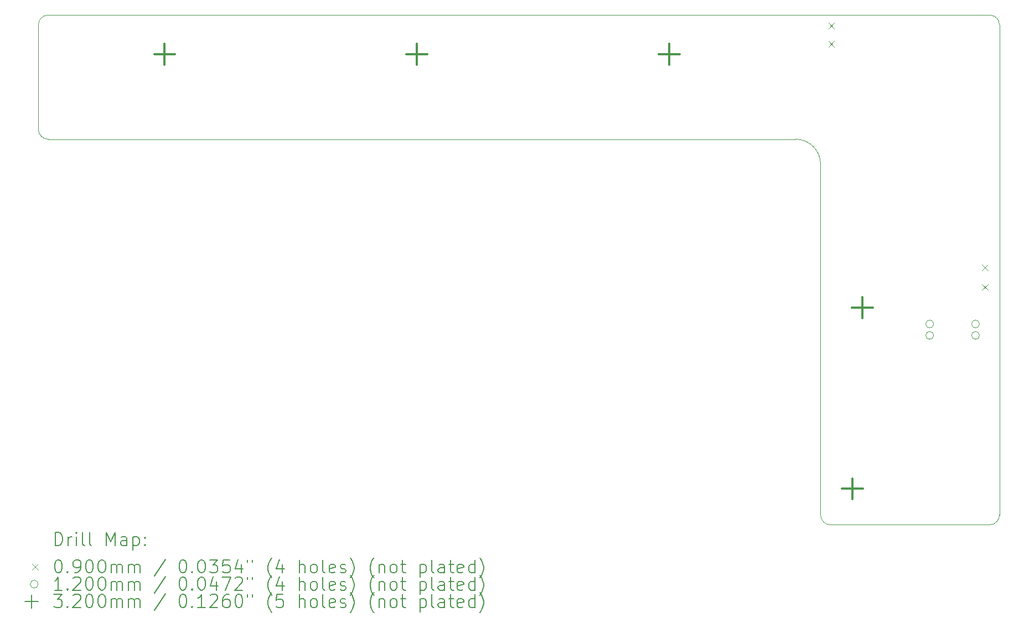
<source format=gbr>
%TF.GenerationSoftware,KiCad,Pcbnew,7.0.8*%
%TF.CreationDate,2023-12-09T01:27:02-08:00*%
%TF.ProjectId,Seismos_5CoreL,53656973-6d6f-4735-9f35-436f72654c2e,rev?*%
%TF.SameCoordinates,Original*%
%TF.FileFunction,Drillmap*%
%TF.FilePolarity,Positive*%
%FSLAX45Y45*%
G04 Gerber Fmt 4.5, Leading zero omitted, Abs format (unit mm)*
G04 Created by KiCad (PCBNEW 7.0.8) date 2023-12-09 01:27:02*
%MOMM*%
%LPD*%
G01*
G04 APERTURE LIST*
%ADD10C,0.100000*%
%ADD11C,0.200000*%
%ADD12C,0.090000*%
%ADD13C,0.120000*%
%ADD14C,0.320000*%
G04 APERTURE END LIST*
D10*
X15113400Y-9800000D02*
X17550000Y-9800000D01*
X17700000Y-2150000D02*
G75*
G03*
X17550000Y-2000000I-150000J0D01*
G01*
X14963400Y-4281000D02*
X14963400Y-9650000D01*
X14963400Y-9650000D02*
G75*
G03*
X15113400Y-9800000I150000J0D01*
G01*
X3150000Y-3900000D02*
X14582400Y-3900000D01*
X3000000Y-3750000D02*
G75*
G03*
X3150000Y-3900000I150000J0D01*
G01*
X3150000Y-2000000D02*
G75*
G03*
X3000000Y-2150000I0J-150000D01*
G01*
X17700000Y-2150000D02*
X17700000Y-9650000D01*
X17550000Y-9800000D02*
G75*
G03*
X17700000Y-9650000I0J150000D01*
G01*
X14963400Y-4281000D02*
G75*
G03*
X14582400Y-3900000I-381000J0D01*
G01*
X17550000Y-2000000D02*
X3150000Y-2000000D01*
X3000000Y-2150000D02*
X3000000Y-3750000D01*
D11*
D12*
X15083750Y-2119950D02*
X15173750Y-2209950D01*
X15173750Y-2119950D02*
X15083750Y-2209950D01*
X15083750Y-2399950D02*
X15173750Y-2489950D01*
X15173750Y-2399950D02*
X15083750Y-2489950D01*
X17435000Y-5818200D02*
X17525000Y-5908200D01*
X17525000Y-5818200D02*
X17435000Y-5908200D01*
X17435000Y-6118200D02*
X17525000Y-6208200D01*
X17525000Y-6118200D02*
X17435000Y-6208200D01*
D13*
X16693000Y-6727500D02*
G75*
G03*
X16693000Y-6727500I-60000J0D01*
G01*
X16693000Y-6902500D02*
G75*
G03*
X16693000Y-6902500I-60000J0D01*
G01*
X17393000Y-6727500D02*
G75*
G03*
X17393000Y-6727500I-60000J0D01*
G01*
X17393000Y-6902500D02*
G75*
G03*
X17393000Y-6902500I-60000J0D01*
G01*
D14*
X4930000Y-2440000D02*
X4930000Y-2760000D01*
X4770000Y-2600000D02*
X5090000Y-2600000D01*
X8790000Y-2440000D02*
X8790000Y-2760000D01*
X8630000Y-2600000D02*
X8950000Y-2600000D01*
X12650000Y-2440000D02*
X12650000Y-2760000D01*
X12490000Y-2600000D02*
X12810000Y-2600000D01*
X15450000Y-9090000D02*
X15450000Y-9410000D01*
X15290000Y-9250000D02*
X15610000Y-9250000D01*
X15600000Y-6315000D02*
X15600000Y-6635000D01*
X15440000Y-6475000D02*
X15760000Y-6475000D01*
D11*
X3255777Y-10116484D02*
X3255777Y-9916484D01*
X3255777Y-9916484D02*
X3303396Y-9916484D01*
X3303396Y-9916484D02*
X3331967Y-9926008D01*
X3331967Y-9926008D02*
X3351015Y-9945055D01*
X3351015Y-9945055D02*
X3360539Y-9964103D01*
X3360539Y-9964103D02*
X3370062Y-10002198D01*
X3370062Y-10002198D02*
X3370062Y-10030770D01*
X3370062Y-10030770D02*
X3360539Y-10068865D01*
X3360539Y-10068865D02*
X3351015Y-10087912D01*
X3351015Y-10087912D02*
X3331967Y-10106960D01*
X3331967Y-10106960D02*
X3303396Y-10116484D01*
X3303396Y-10116484D02*
X3255777Y-10116484D01*
X3455777Y-10116484D02*
X3455777Y-9983150D01*
X3455777Y-10021246D02*
X3465301Y-10002198D01*
X3465301Y-10002198D02*
X3474824Y-9992674D01*
X3474824Y-9992674D02*
X3493872Y-9983150D01*
X3493872Y-9983150D02*
X3512920Y-9983150D01*
X3579586Y-10116484D02*
X3579586Y-9983150D01*
X3579586Y-9916484D02*
X3570062Y-9926008D01*
X3570062Y-9926008D02*
X3579586Y-9935531D01*
X3579586Y-9935531D02*
X3589110Y-9926008D01*
X3589110Y-9926008D02*
X3579586Y-9916484D01*
X3579586Y-9916484D02*
X3579586Y-9935531D01*
X3703396Y-10116484D02*
X3684348Y-10106960D01*
X3684348Y-10106960D02*
X3674824Y-10087912D01*
X3674824Y-10087912D02*
X3674824Y-9916484D01*
X3808158Y-10116484D02*
X3789110Y-10106960D01*
X3789110Y-10106960D02*
X3779586Y-10087912D01*
X3779586Y-10087912D02*
X3779586Y-9916484D01*
X4036729Y-10116484D02*
X4036729Y-9916484D01*
X4036729Y-9916484D02*
X4103396Y-10059341D01*
X4103396Y-10059341D02*
X4170062Y-9916484D01*
X4170062Y-9916484D02*
X4170062Y-10116484D01*
X4351015Y-10116484D02*
X4351015Y-10011722D01*
X4351015Y-10011722D02*
X4341491Y-9992674D01*
X4341491Y-9992674D02*
X4322444Y-9983150D01*
X4322444Y-9983150D02*
X4284348Y-9983150D01*
X4284348Y-9983150D02*
X4265301Y-9992674D01*
X4351015Y-10106960D02*
X4331967Y-10116484D01*
X4331967Y-10116484D02*
X4284348Y-10116484D01*
X4284348Y-10116484D02*
X4265301Y-10106960D01*
X4265301Y-10106960D02*
X4255777Y-10087912D01*
X4255777Y-10087912D02*
X4255777Y-10068865D01*
X4255777Y-10068865D02*
X4265301Y-10049817D01*
X4265301Y-10049817D02*
X4284348Y-10040293D01*
X4284348Y-10040293D02*
X4331967Y-10040293D01*
X4331967Y-10040293D02*
X4351015Y-10030770D01*
X4446253Y-9983150D02*
X4446253Y-10183150D01*
X4446253Y-9992674D02*
X4465301Y-9983150D01*
X4465301Y-9983150D02*
X4503396Y-9983150D01*
X4503396Y-9983150D02*
X4522444Y-9992674D01*
X4522444Y-9992674D02*
X4531967Y-10002198D01*
X4531967Y-10002198D02*
X4541491Y-10021246D01*
X4541491Y-10021246D02*
X4541491Y-10078389D01*
X4541491Y-10078389D02*
X4531967Y-10097436D01*
X4531967Y-10097436D02*
X4522444Y-10106960D01*
X4522444Y-10106960D02*
X4503396Y-10116484D01*
X4503396Y-10116484D02*
X4465301Y-10116484D01*
X4465301Y-10116484D02*
X4446253Y-10106960D01*
X4627205Y-10097436D02*
X4636729Y-10106960D01*
X4636729Y-10106960D02*
X4627205Y-10116484D01*
X4627205Y-10116484D02*
X4617682Y-10106960D01*
X4617682Y-10106960D02*
X4627205Y-10097436D01*
X4627205Y-10097436D02*
X4627205Y-10116484D01*
X4627205Y-9992674D02*
X4636729Y-10002198D01*
X4636729Y-10002198D02*
X4627205Y-10011722D01*
X4627205Y-10011722D02*
X4617682Y-10002198D01*
X4617682Y-10002198D02*
X4627205Y-9992674D01*
X4627205Y-9992674D02*
X4627205Y-10011722D01*
D12*
X2905000Y-10400000D02*
X2995000Y-10490000D01*
X2995000Y-10400000D02*
X2905000Y-10490000D01*
D11*
X3293872Y-10336484D02*
X3312920Y-10336484D01*
X3312920Y-10336484D02*
X3331967Y-10346008D01*
X3331967Y-10346008D02*
X3341491Y-10355531D01*
X3341491Y-10355531D02*
X3351015Y-10374579D01*
X3351015Y-10374579D02*
X3360539Y-10412674D01*
X3360539Y-10412674D02*
X3360539Y-10460293D01*
X3360539Y-10460293D02*
X3351015Y-10498389D01*
X3351015Y-10498389D02*
X3341491Y-10517436D01*
X3341491Y-10517436D02*
X3331967Y-10526960D01*
X3331967Y-10526960D02*
X3312920Y-10536484D01*
X3312920Y-10536484D02*
X3293872Y-10536484D01*
X3293872Y-10536484D02*
X3274824Y-10526960D01*
X3274824Y-10526960D02*
X3265301Y-10517436D01*
X3265301Y-10517436D02*
X3255777Y-10498389D01*
X3255777Y-10498389D02*
X3246253Y-10460293D01*
X3246253Y-10460293D02*
X3246253Y-10412674D01*
X3246253Y-10412674D02*
X3255777Y-10374579D01*
X3255777Y-10374579D02*
X3265301Y-10355531D01*
X3265301Y-10355531D02*
X3274824Y-10346008D01*
X3274824Y-10346008D02*
X3293872Y-10336484D01*
X3446253Y-10517436D02*
X3455777Y-10526960D01*
X3455777Y-10526960D02*
X3446253Y-10536484D01*
X3446253Y-10536484D02*
X3436729Y-10526960D01*
X3436729Y-10526960D02*
X3446253Y-10517436D01*
X3446253Y-10517436D02*
X3446253Y-10536484D01*
X3551015Y-10536484D02*
X3589110Y-10536484D01*
X3589110Y-10536484D02*
X3608158Y-10526960D01*
X3608158Y-10526960D02*
X3617682Y-10517436D01*
X3617682Y-10517436D02*
X3636729Y-10488865D01*
X3636729Y-10488865D02*
X3646253Y-10450770D01*
X3646253Y-10450770D02*
X3646253Y-10374579D01*
X3646253Y-10374579D02*
X3636729Y-10355531D01*
X3636729Y-10355531D02*
X3627205Y-10346008D01*
X3627205Y-10346008D02*
X3608158Y-10336484D01*
X3608158Y-10336484D02*
X3570062Y-10336484D01*
X3570062Y-10336484D02*
X3551015Y-10346008D01*
X3551015Y-10346008D02*
X3541491Y-10355531D01*
X3541491Y-10355531D02*
X3531967Y-10374579D01*
X3531967Y-10374579D02*
X3531967Y-10422198D01*
X3531967Y-10422198D02*
X3541491Y-10441246D01*
X3541491Y-10441246D02*
X3551015Y-10450770D01*
X3551015Y-10450770D02*
X3570062Y-10460293D01*
X3570062Y-10460293D02*
X3608158Y-10460293D01*
X3608158Y-10460293D02*
X3627205Y-10450770D01*
X3627205Y-10450770D02*
X3636729Y-10441246D01*
X3636729Y-10441246D02*
X3646253Y-10422198D01*
X3770062Y-10336484D02*
X3789110Y-10336484D01*
X3789110Y-10336484D02*
X3808158Y-10346008D01*
X3808158Y-10346008D02*
X3817682Y-10355531D01*
X3817682Y-10355531D02*
X3827205Y-10374579D01*
X3827205Y-10374579D02*
X3836729Y-10412674D01*
X3836729Y-10412674D02*
X3836729Y-10460293D01*
X3836729Y-10460293D02*
X3827205Y-10498389D01*
X3827205Y-10498389D02*
X3817682Y-10517436D01*
X3817682Y-10517436D02*
X3808158Y-10526960D01*
X3808158Y-10526960D02*
X3789110Y-10536484D01*
X3789110Y-10536484D02*
X3770062Y-10536484D01*
X3770062Y-10536484D02*
X3751015Y-10526960D01*
X3751015Y-10526960D02*
X3741491Y-10517436D01*
X3741491Y-10517436D02*
X3731967Y-10498389D01*
X3731967Y-10498389D02*
X3722443Y-10460293D01*
X3722443Y-10460293D02*
X3722443Y-10412674D01*
X3722443Y-10412674D02*
X3731967Y-10374579D01*
X3731967Y-10374579D02*
X3741491Y-10355531D01*
X3741491Y-10355531D02*
X3751015Y-10346008D01*
X3751015Y-10346008D02*
X3770062Y-10336484D01*
X3960539Y-10336484D02*
X3979586Y-10336484D01*
X3979586Y-10336484D02*
X3998634Y-10346008D01*
X3998634Y-10346008D02*
X4008158Y-10355531D01*
X4008158Y-10355531D02*
X4017682Y-10374579D01*
X4017682Y-10374579D02*
X4027205Y-10412674D01*
X4027205Y-10412674D02*
X4027205Y-10460293D01*
X4027205Y-10460293D02*
X4017682Y-10498389D01*
X4017682Y-10498389D02*
X4008158Y-10517436D01*
X4008158Y-10517436D02*
X3998634Y-10526960D01*
X3998634Y-10526960D02*
X3979586Y-10536484D01*
X3979586Y-10536484D02*
X3960539Y-10536484D01*
X3960539Y-10536484D02*
X3941491Y-10526960D01*
X3941491Y-10526960D02*
X3931967Y-10517436D01*
X3931967Y-10517436D02*
X3922443Y-10498389D01*
X3922443Y-10498389D02*
X3912920Y-10460293D01*
X3912920Y-10460293D02*
X3912920Y-10412674D01*
X3912920Y-10412674D02*
X3922443Y-10374579D01*
X3922443Y-10374579D02*
X3931967Y-10355531D01*
X3931967Y-10355531D02*
X3941491Y-10346008D01*
X3941491Y-10346008D02*
X3960539Y-10336484D01*
X4112920Y-10536484D02*
X4112920Y-10403150D01*
X4112920Y-10422198D02*
X4122443Y-10412674D01*
X4122443Y-10412674D02*
X4141491Y-10403150D01*
X4141491Y-10403150D02*
X4170063Y-10403150D01*
X4170063Y-10403150D02*
X4189110Y-10412674D01*
X4189110Y-10412674D02*
X4198634Y-10431722D01*
X4198634Y-10431722D02*
X4198634Y-10536484D01*
X4198634Y-10431722D02*
X4208158Y-10412674D01*
X4208158Y-10412674D02*
X4227205Y-10403150D01*
X4227205Y-10403150D02*
X4255777Y-10403150D01*
X4255777Y-10403150D02*
X4274825Y-10412674D01*
X4274825Y-10412674D02*
X4284348Y-10431722D01*
X4284348Y-10431722D02*
X4284348Y-10536484D01*
X4379586Y-10536484D02*
X4379586Y-10403150D01*
X4379586Y-10422198D02*
X4389110Y-10412674D01*
X4389110Y-10412674D02*
X4408158Y-10403150D01*
X4408158Y-10403150D02*
X4436729Y-10403150D01*
X4436729Y-10403150D02*
X4455777Y-10412674D01*
X4455777Y-10412674D02*
X4465301Y-10431722D01*
X4465301Y-10431722D02*
X4465301Y-10536484D01*
X4465301Y-10431722D02*
X4474825Y-10412674D01*
X4474825Y-10412674D02*
X4493872Y-10403150D01*
X4493872Y-10403150D02*
X4522444Y-10403150D01*
X4522444Y-10403150D02*
X4541491Y-10412674D01*
X4541491Y-10412674D02*
X4551015Y-10431722D01*
X4551015Y-10431722D02*
X4551015Y-10536484D01*
X4941491Y-10326960D02*
X4770063Y-10584103D01*
X5198634Y-10336484D02*
X5217682Y-10336484D01*
X5217682Y-10336484D02*
X5236729Y-10346008D01*
X5236729Y-10346008D02*
X5246253Y-10355531D01*
X5246253Y-10355531D02*
X5255777Y-10374579D01*
X5255777Y-10374579D02*
X5265301Y-10412674D01*
X5265301Y-10412674D02*
X5265301Y-10460293D01*
X5265301Y-10460293D02*
X5255777Y-10498389D01*
X5255777Y-10498389D02*
X5246253Y-10517436D01*
X5246253Y-10517436D02*
X5236729Y-10526960D01*
X5236729Y-10526960D02*
X5217682Y-10536484D01*
X5217682Y-10536484D02*
X5198634Y-10536484D01*
X5198634Y-10536484D02*
X5179587Y-10526960D01*
X5179587Y-10526960D02*
X5170063Y-10517436D01*
X5170063Y-10517436D02*
X5160539Y-10498389D01*
X5160539Y-10498389D02*
X5151015Y-10460293D01*
X5151015Y-10460293D02*
X5151015Y-10412674D01*
X5151015Y-10412674D02*
X5160539Y-10374579D01*
X5160539Y-10374579D02*
X5170063Y-10355531D01*
X5170063Y-10355531D02*
X5179587Y-10346008D01*
X5179587Y-10346008D02*
X5198634Y-10336484D01*
X5351015Y-10517436D02*
X5360539Y-10526960D01*
X5360539Y-10526960D02*
X5351015Y-10536484D01*
X5351015Y-10536484D02*
X5341491Y-10526960D01*
X5341491Y-10526960D02*
X5351015Y-10517436D01*
X5351015Y-10517436D02*
X5351015Y-10536484D01*
X5484348Y-10336484D02*
X5503396Y-10336484D01*
X5503396Y-10336484D02*
X5522444Y-10346008D01*
X5522444Y-10346008D02*
X5531968Y-10355531D01*
X5531968Y-10355531D02*
X5541491Y-10374579D01*
X5541491Y-10374579D02*
X5551015Y-10412674D01*
X5551015Y-10412674D02*
X5551015Y-10460293D01*
X5551015Y-10460293D02*
X5541491Y-10498389D01*
X5541491Y-10498389D02*
X5531968Y-10517436D01*
X5531968Y-10517436D02*
X5522444Y-10526960D01*
X5522444Y-10526960D02*
X5503396Y-10536484D01*
X5503396Y-10536484D02*
X5484348Y-10536484D01*
X5484348Y-10536484D02*
X5465301Y-10526960D01*
X5465301Y-10526960D02*
X5455777Y-10517436D01*
X5455777Y-10517436D02*
X5446253Y-10498389D01*
X5446253Y-10498389D02*
X5436729Y-10460293D01*
X5436729Y-10460293D02*
X5436729Y-10412674D01*
X5436729Y-10412674D02*
X5446253Y-10374579D01*
X5446253Y-10374579D02*
X5455777Y-10355531D01*
X5455777Y-10355531D02*
X5465301Y-10346008D01*
X5465301Y-10346008D02*
X5484348Y-10336484D01*
X5617682Y-10336484D02*
X5741491Y-10336484D01*
X5741491Y-10336484D02*
X5674825Y-10412674D01*
X5674825Y-10412674D02*
X5703396Y-10412674D01*
X5703396Y-10412674D02*
X5722444Y-10422198D01*
X5722444Y-10422198D02*
X5731967Y-10431722D01*
X5731967Y-10431722D02*
X5741491Y-10450770D01*
X5741491Y-10450770D02*
X5741491Y-10498389D01*
X5741491Y-10498389D02*
X5731967Y-10517436D01*
X5731967Y-10517436D02*
X5722444Y-10526960D01*
X5722444Y-10526960D02*
X5703396Y-10536484D01*
X5703396Y-10536484D02*
X5646253Y-10536484D01*
X5646253Y-10536484D02*
X5627206Y-10526960D01*
X5627206Y-10526960D02*
X5617682Y-10517436D01*
X5922444Y-10336484D02*
X5827206Y-10336484D01*
X5827206Y-10336484D02*
X5817682Y-10431722D01*
X5817682Y-10431722D02*
X5827206Y-10422198D01*
X5827206Y-10422198D02*
X5846253Y-10412674D01*
X5846253Y-10412674D02*
X5893872Y-10412674D01*
X5893872Y-10412674D02*
X5912920Y-10422198D01*
X5912920Y-10422198D02*
X5922444Y-10431722D01*
X5922444Y-10431722D02*
X5931967Y-10450770D01*
X5931967Y-10450770D02*
X5931967Y-10498389D01*
X5931967Y-10498389D02*
X5922444Y-10517436D01*
X5922444Y-10517436D02*
X5912920Y-10526960D01*
X5912920Y-10526960D02*
X5893872Y-10536484D01*
X5893872Y-10536484D02*
X5846253Y-10536484D01*
X5846253Y-10536484D02*
X5827206Y-10526960D01*
X5827206Y-10526960D02*
X5817682Y-10517436D01*
X6103396Y-10403150D02*
X6103396Y-10536484D01*
X6055777Y-10326960D02*
X6008158Y-10469817D01*
X6008158Y-10469817D02*
X6131967Y-10469817D01*
X6198634Y-10336484D02*
X6198634Y-10374579D01*
X6274825Y-10336484D02*
X6274825Y-10374579D01*
X6570063Y-10612674D02*
X6560539Y-10603150D01*
X6560539Y-10603150D02*
X6541491Y-10574579D01*
X6541491Y-10574579D02*
X6531968Y-10555531D01*
X6531968Y-10555531D02*
X6522444Y-10526960D01*
X6522444Y-10526960D02*
X6512920Y-10479341D01*
X6512920Y-10479341D02*
X6512920Y-10441246D01*
X6512920Y-10441246D02*
X6522444Y-10393627D01*
X6522444Y-10393627D02*
X6531968Y-10365055D01*
X6531968Y-10365055D02*
X6541491Y-10346008D01*
X6541491Y-10346008D02*
X6560539Y-10317436D01*
X6560539Y-10317436D02*
X6570063Y-10307912D01*
X6731968Y-10403150D02*
X6731968Y-10536484D01*
X6684348Y-10326960D02*
X6636729Y-10469817D01*
X6636729Y-10469817D02*
X6760539Y-10469817D01*
X6989110Y-10536484D02*
X6989110Y-10336484D01*
X7074825Y-10536484D02*
X7074825Y-10431722D01*
X7074825Y-10431722D02*
X7065301Y-10412674D01*
X7065301Y-10412674D02*
X7046253Y-10403150D01*
X7046253Y-10403150D02*
X7017682Y-10403150D01*
X7017682Y-10403150D02*
X6998634Y-10412674D01*
X6998634Y-10412674D02*
X6989110Y-10422198D01*
X7198634Y-10536484D02*
X7179587Y-10526960D01*
X7179587Y-10526960D02*
X7170063Y-10517436D01*
X7170063Y-10517436D02*
X7160539Y-10498389D01*
X7160539Y-10498389D02*
X7160539Y-10441246D01*
X7160539Y-10441246D02*
X7170063Y-10422198D01*
X7170063Y-10422198D02*
X7179587Y-10412674D01*
X7179587Y-10412674D02*
X7198634Y-10403150D01*
X7198634Y-10403150D02*
X7227206Y-10403150D01*
X7227206Y-10403150D02*
X7246253Y-10412674D01*
X7246253Y-10412674D02*
X7255777Y-10422198D01*
X7255777Y-10422198D02*
X7265301Y-10441246D01*
X7265301Y-10441246D02*
X7265301Y-10498389D01*
X7265301Y-10498389D02*
X7255777Y-10517436D01*
X7255777Y-10517436D02*
X7246253Y-10526960D01*
X7246253Y-10526960D02*
X7227206Y-10536484D01*
X7227206Y-10536484D02*
X7198634Y-10536484D01*
X7379587Y-10536484D02*
X7360539Y-10526960D01*
X7360539Y-10526960D02*
X7351015Y-10507912D01*
X7351015Y-10507912D02*
X7351015Y-10336484D01*
X7531968Y-10526960D02*
X7512920Y-10536484D01*
X7512920Y-10536484D02*
X7474825Y-10536484D01*
X7474825Y-10536484D02*
X7455777Y-10526960D01*
X7455777Y-10526960D02*
X7446253Y-10507912D01*
X7446253Y-10507912D02*
X7446253Y-10431722D01*
X7446253Y-10431722D02*
X7455777Y-10412674D01*
X7455777Y-10412674D02*
X7474825Y-10403150D01*
X7474825Y-10403150D02*
X7512920Y-10403150D01*
X7512920Y-10403150D02*
X7531968Y-10412674D01*
X7531968Y-10412674D02*
X7541491Y-10431722D01*
X7541491Y-10431722D02*
X7541491Y-10450770D01*
X7541491Y-10450770D02*
X7446253Y-10469817D01*
X7617682Y-10526960D02*
X7636730Y-10536484D01*
X7636730Y-10536484D02*
X7674825Y-10536484D01*
X7674825Y-10536484D02*
X7693872Y-10526960D01*
X7693872Y-10526960D02*
X7703396Y-10507912D01*
X7703396Y-10507912D02*
X7703396Y-10498389D01*
X7703396Y-10498389D02*
X7693872Y-10479341D01*
X7693872Y-10479341D02*
X7674825Y-10469817D01*
X7674825Y-10469817D02*
X7646253Y-10469817D01*
X7646253Y-10469817D02*
X7627206Y-10460293D01*
X7627206Y-10460293D02*
X7617682Y-10441246D01*
X7617682Y-10441246D02*
X7617682Y-10431722D01*
X7617682Y-10431722D02*
X7627206Y-10412674D01*
X7627206Y-10412674D02*
X7646253Y-10403150D01*
X7646253Y-10403150D02*
X7674825Y-10403150D01*
X7674825Y-10403150D02*
X7693872Y-10412674D01*
X7770063Y-10612674D02*
X7779587Y-10603150D01*
X7779587Y-10603150D02*
X7798634Y-10574579D01*
X7798634Y-10574579D02*
X7808158Y-10555531D01*
X7808158Y-10555531D02*
X7817682Y-10526960D01*
X7817682Y-10526960D02*
X7827206Y-10479341D01*
X7827206Y-10479341D02*
X7827206Y-10441246D01*
X7827206Y-10441246D02*
X7817682Y-10393627D01*
X7817682Y-10393627D02*
X7808158Y-10365055D01*
X7808158Y-10365055D02*
X7798634Y-10346008D01*
X7798634Y-10346008D02*
X7779587Y-10317436D01*
X7779587Y-10317436D02*
X7770063Y-10307912D01*
X8131968Y-10612674D02*
X8122444Y-10603150D01*
X8122444Y-10603150D02*
X8103396Y-10574579D01*
X8103396Y-10574579D02*
X8093872Y-10555531D01*
X8093872Y-10555531D02*
X8084349Y-10526960D01*
X8084349Y-10526960D02*
X8074825Y-10479341D01*
X8074825Y-10479341D02*
X8074825Y-10441246D01*
X8074825Y-10441246D02*
X8084349Y-10393627D01*
X8084349Y-10393627D02*
X8093872Y-10365055D01*
X8093872Y-10365055D02*
X8103396Y-10346008D01*
X8103396Y-10346008D02*
X8122444Y-10317436D01*
X8122444Y-10317436D02*
X8131968Y-10307912D01*
X8208158Y-10403150D02*
X8208158Y-10536484D01*
X8208158Y-10422198D02*
X8217682Y-10412674D01*
X8217682Y-10412674D02*
X8236730Y-10403150D01*
X8236730Y-10403150D02*
X8265301Y-10403150D01*
X8265301Y-10403150D02*
X8284349Y-10412674D01*
X8284349Y-10412674D02*
X8293872Y-10431722D01*
X8293872Y-10431722D02*
X8293872Y-10536484D01*
X8417682Y-10536484D02*
X8398634Y-10526960D01*
X8398634Y-10526960D02*
X8389111Y-10517436D01*
X8389111Y-10517436D02*
X8379587Y-10498389D01*
X8379587Y-10498389D02*
X8379587Y-10441246D01*
X8379587Y-10441246D02*
X8389111Y-10422198D01*
X8389111Y-10422198D02*
X8398634Y-10412674D01*
X8398634Y-10412674D02*
X8417682Y-10403150D01*
X8417682Y-10403150D02*
X8446254Y-10403150D01*
X8446254Y-10403150D02*
X8465301Y-10412674D01*
X8465301Y-10412674D02*
X8474825Y-10422198D01*
X8474825Y-10422198D02*
X8484349Y-10441246D01*
X8484349Y-10441246D02*
X8484349Y-10498389D01*
X8484349Y-10498389D02*
X8474825Y-10517436D01*
X8474825Y-10517436D02*
X8465301Y-10526960D01*
X8465301Y-10526960D02*
X8446254Y-10536484D01*
X8446254Y-10536484D02*
X8417682Y-10536484D01*
X8541492Y-10403150D02*
X8617682Y-10403150D01*
X8570063Y-10336484D02*
X8570063Y-10507912D01*
X8570063Y-10507912D02*
X8579587Y-10526960D01*
X8579587Y-10526960D02*
X8598634Y-10536484D01*
X8598634Y-10536484D02*
X8617682Y-10536484D01*
X8836730Y-10403150D02*
X8836730Y-10603150D01*
X8836730Y-10412674D02*
X8855777Y-10403150D01*
X8855777Y-10403150D02*
X8893873Y-10403150D01*
X8893873Y-10403150D02*
X8912920Y-10412674D01*
X8912920Y-10412674D02*
X8922444Y-10422198D01*
X8922444Y-10422198D02*
X8931968Y-10441246D01*
X8931968Y-10441246D02*
X8931968Y-10498389D01*
X8931968Y-10498389D02*
X8922444Y-10517436D01*
X8922444Y-10517436D02*
X8912920Y-10526960D01*
X8912920Y-10526960D02*
X8893873Y-10536484D01*
X8893873Y-10536484D02*
X8855777Y-10536484D01*
X8855777Y-10536484D02*
X8836730Y-10526960D01*
X9046254Y-10536484D02*
X9027206Y-10526960D01*
X9027206Y-10526960D02*
X9017682Y-10507912D01*
X9017682Y-10507912D02*
X9017682Y-10336484D01*
X9208158Y-10536484D02*
X9208158Y-10431722D01*
X9208158Y-10431722D02*
X9198635Y-10412674D01*
X9198635Y-10412674D02*
X9179587Y-10403150D01*
X9179587Y-10403150D02*
X9141492Y-10403150D01*
X9141492Y-10403150D02*
X9122444Y-10412674D01*
X9208158Y-10526960D02*
X9189111Y-10536484D01*
X9189111Y-10536484D02*
X9141492Y-10536484D01*
X9141492Y-10536484D02*
X9122444Y-10526960D01*
X9122444Y-10526960D02*
X9112920Y-10507912D01*
X9112920Y-10507912D02*
X9112920Y-10488865D01*
X9112920Y-10488865D02*
X9122444Y-10469817D01*
X9122444Y-10469817D02*
X9141492Y-10460293D01*
X9141492Y-10460293D02*
X9189111Y-10460293D01*
X9189111Y-10460293D02*
X9208158Y-10450770D01*
X9274825Y-10403150D02*
X9351015Y-10403150D01*
X9303396Y-10336484D02*
X9303396Y-10507912D01*
X9303396Y-10507912D02*
X9312920Y-10526960D01*
X9312920Y-10526960D02*
X9331968Y-10536484D01*
X9331968Y-10536484D02*
X9351015Y-10536484D01*
X9493873Y-10526960D02*
X9474825Y-10536484D01*
X9474825Y-10536484D02*
X9436730Y-10536484D01*
X9436730Y-10536484D02*
X9417682Y-10526960D01*
X9417682Y-10526960D02*
X9408158Y-10507912D01*
X9408158Y-10507912D02*
X9408158Y-10431722D01*
X9408158Y-10431722D02*
X9417682Y-10412674D01*
X9417682Y-10412674D02*
X9436730Y-10403150D01*
X9436730Y-10403150D02*
X9474825Y-10403150D01*
X9474825Y-10403150D02*
X9493873Y-10412674D01*
X9493873Y-10412674D02*
X9503396Y-10431722D01*
X9503396Y-10431722D02*
X9503396Y-10450770D01*
X9503396Y-10450770D02*
X9408158Y-10469817D01*
X9674825Y-10536484D02*
X9674825Y-10336484D01*
X9674825Y-10526960D02*
X9655777Y-10536484D01*
X9655777Y-10536484D02*
X9617682Y-10536484D01*
X9617682Y-10536484D02*
X9598635Y-10526960D01*
X9598635Y-10526960D02*
X9589111Y-10517436D01*
X9589111Y-10517436D02*
X9579587Y-10498389D01*
X9579587Y-10498389D02*
X9579587Y-10441246D01*
X9579587Y-10441246D02*
X9589111Y-10422198D01*
X9589111Y-10422198D02*
X9598635Y-10412674D01*
X9598635Y-10412674D02*
X9617682Y-10403150D01*
X9617682Y-10403150D02*
X9655777Y-10403150D01*
X9655777Y-10403150D02*
X9674825Y-10412674D01*
X9751016Y-10612674D02*
X9760539Y-10603150D01*
X9760539Y-10603150D02*
X9779587Y-10574579D01*
X9779587Y-10574579D02*
X9789111Y-10555531D01*
X9789111Y-10555531D02*
X9798635Y-10526960D01*
X9798635Y-10526960D02*
X9808158Y-10479341D01*
X9808158Y-10479341D02*
X9808158Y-10441246D01*
X9808158Y-10441246D02*
X9798635Y-10393627D01*
X9798635Y-10393627D02*
X9789111Y-10365055D01*
X9789111Y-10365055D02*
X9779587Y-10346008D01*
X9779587Y-10346008D02*
X9760539Y-10317436D01*
X9760539Y-10317436D02*
X9751016Y-10307912D01*
D13*
X2995000Y-10709000D02*
G75*
G03*
X2995000Y-10709000I-60000J0D01*
G01*
D11*
X3360539Y-10800484D02*
X3246253Y-10800484D01*
X3303396Y-10800484D02*
X3303396Y-10600484D01*
X3303396Y-10600484D02*
X3284348Y-10629055D01*
X3284348Y-10629055D02*
X3265301Y-10648103D01*
X3265301Y-10648103D02*
X3246253Y-10657627D01*
X3446253Y-10781436D02*
X3455777Y-10790960D01*
X3455777Y-10790960D02*
X3446253Y-10800484D01*
X3446253Y-10800484D02*
X3436729Y-10790960D01*
X3436729Y-10790960D02*
X3446253Y-10781436D01*
X3446253Y-10781436D02*
X3446253Y-10800484D01*
X3531967Y-10619531D02*
X3541491Y-10610008D01*
X3541491Y-10610008D02*
X3560539Y-10600484D01*
X3560539Y-10600484D02*
X3608158Y-10600484D01*
X3608158Y-10600484D02*
X3627205Y-10610008D01*
X3627205Y-10610008D02*
X3636729Y-10619531D01*
X3636729Y-10619531D02*
X3646253Y-10638579D01*
X3646253Y-10638579D02*
X3646253Y-10657627D01*
X3646253Y-10657627D02*
X3636729Y-10686198D01*
X3636729Y-10686198D02*
X3522443Y-10800484D01*
X3522443Y-10800484D02*
X3646253Y-10800484D01*
X3770062Y-10600484D02*
X3789110Y-10600484D01*
X3789110Y-10600484D02*
X3808158Y-10610008D01*
X3808158Y-10610008D02*
X3817682Y-10619531D01*
X3817682Y-10619531D02*
X3827205Y-10638579D01*
X3827205Y-10638579D02*
X3836729Y-10676674D01*
X3836729Y-10676674D02*
X3836729Y-10724293D01*
X3836729Y-10724293D02*
X3827205Y-10762389D01*
X3827205Y-10762389D02*
X3817682Y-10781436D01*
X3817682Y-10781436D02*
X3808158Y-10790960D01*
X3808158Y-10790960D02*
X3789110Y-10800484D01*
X3789110Y-10800484D02*
X3770062Y-10800484D01*
X3770062Y-10800484D02*
X3751015Y-10790960D01*
X3751015Y-10790960D02*
X3741491Y-10781436D01*
X3741491Y-10781436D02*
X3731967Y-10762389D01*
X3731967Y-10762389D02*
X3722443Y-10724293D01*
X3722443Y-10724293D02*
X3722443Y-10676674D01*
X3722443Y-10676674D02*
X3731967Y-10638579D01*
X3731967Y-10638579D02*
X3741491Y-10619531D01*
X3741491Y-10619531D02*
X3751015Y-10610008D01*
X3751015Y-10610008D02*
X3770062Y-10600484D01*
X3960539Y-10600484D02*
X3979586Y-10600484D01*
X3979586Y-10600484D02*
X3998634Y-10610008D01*
X3998634Y-10610008D02*
X4008158Y-10619531D01*
X4008158Y-10619531D02*
X4017682Y-10638579D01*
X4017682Y-10638579D02*
X4027205Y-10676674D01*
X4027205Y-10676674D02*
X4027205Y-10724293D01*
X4027205Y-10724293D02*
X4017682Y-10762389D01*
X4017682Y-10762389D02*
X4008158Y-10781436D01*
X4008158Y-10781436D02*
X3998634Y-10790960D01*
X3998634Y-10790960D02*
X3979586Y-10800484D01*
X3979586Y-10800484D02*
X3960539Y-10800484D01*
X3960539Y-10800484D02*
X3941491Y-10790960D01*
X3941491Y-10790960D02*
X3931967Y-10781436D01*
X3931967Y-10781436D02*
X3922443Y-10762389D01*
X3922443Y-10762389D02*
X3912920Y-10724293D01*
X3912920Y-10724293D02*
X3912920Y-10676674D01*
X3912920Y-10676674D02*
X3922443Y-10638579D01*
X3922443Y-10638579D02*
X3931967Y-10619531D01*
X3931967Y-10619531D02*
X3941491Y-10610008D01*
X3941491Y-10610008D02*
X3960539Y-10600484D01*
X4112920Y-10800484D02*
X4112920Y-10667150D01*
X4112920Y-10686198D02*
X4122443Y-10676674D01*
X4122443Y-10676674D02*
X4141491Y-10667150D01*
X4141491Y-10667150D02*
X4170063Y-10667150D01*
X4170063Y-10667150D02*
X4189110Y-10676674D01*
X4189110Y-10676674D02*
X4198634Y-10695722D01*
X4198634Y-10695722D02*
X4198634Y-10800484D01*
X4198634Y-10695722D02*
X4208158Y-10676674D01*
X4208158Y-10676674D02*
X4227205Y-10667150D01*
X4227205Y-10667150D02*
X4255777Y-10667150D01*
X4255777Y-10667150D02*
X4274825Y-10676674D01*
X4274825Y-10676674D02*
X4284348Y-10695722D01*
X4284348Y-10695722D02*
X4284348Y-10800484D01*
X4379586Y-10800484D02*
X4379586Y-10667150D01*
X4379586Y-10686198D02*
X4389110Y-10676674D01*
X4389110Y-10676674D02*
X4408158Y-10667150D01*
X4408158Y-10667150D02*
X4436729Y-10667150D01*
X4436729Y-10667150D02*
X4455777Y-10676674D01*
X4455777Y-10676674D02*
X4465301Y-10695722D01*
X4465301Y-10695722D02*
X4465301Y-10800484D01*
X4465301Y-10695722D02*
X4474825Y-10676674D01*
X4474825Y-10676674D02*
X4493872Y-10667150D01*
X4493872Y-10667150D02*
X4522444Y-10667150D01*
X4522444Y-10667150D02*
X4541491Y-10676674D01*
X4541491Y-10676674D02*
X4551015Y-10695722D01*
X4551015Y-10695722D02*
X4551015Y-10800484D01*
X4941491Y-10590960D02*
X4770063Y-10848103D01*
X5198634Y-10600484D02*
X5217682Y-10600484D01*
X5217682Y-10600484D02*
X5236729Y-10610008D01*
X5236729Y-10610008D02*
X5246253Y-10619531D01*
X5246253Y-10619531D02*
X5255777Y-10638579D01*
X5255777Y-10638579D02*
X5265301Y-10676674D01*
X5265301Y-10676674D02*
X5265301Y-10724293D01*
X5265301Y-10724293D02*
X5255777Y-10762389D01*
X5255777Y-10762389D02*
X5246253Y-10781436D01*
X5246253Y-10781436D02*
X5236729Y-10790960D01*
X5236729Y-10790960D02*
X5217682Y-10800484D01*
X5217682Y-10800484D02*
X5198634Y-10800484D01*
X5198634Y-10800484D02*
X5179587Y-10790960D01*
X5179587Y-10790960D02*
X5170063Y-10781436D01*
X5170063Y-10781436D02*
X5160539Y-10762389D01*
X5160539Y-10762389D02*
X5151015Y-10724293D01*
X5151015Y-10724293D02*
X5151015Y-10676674D01*
X5151015Y-10676674D02*
X5160539Y-10638579D01*
X5160539Y-10638579D02*
X5170063Y-10619531D01*
X5170063Y-10619531D02*
X5179587Y-10610008D01*
X5179587Y-10610008D02*
X5198634Y-10600484D01*
X5351015Y-10781436D02*
X5360539Y-10790960D01*
X5360539Y-10790960D02*
X5351015Y-10800484D01*
X5351015Y-10800484D02*
X5341491Y-10790960D01*
X5341491Y-10790960D02*
X5351015Y-10781436D01*
X5351015Y-10781436D02*
X5351015Y-10800484D01*
X5484348Y-10600484D02*
X5503396Y-10600484D01*
X5503396Y-10600484D02*
X5522444Y-10610008D01*
X5522444Y-10610008D02*
X5531968Y-10619531D01*
X5531968Y-10619531D02*
X5541491Y-10638579D01*
X5541491Y-10638579D02*
X5551015Y-10676674D01*
X5551015Y-10676674D02*
X5551015Y-10724293D01*
X5551015Y-10724293D02*
X5541491Y-10762389D01*
X5541491Y-10762389D02*
X5531968Y-10781436D01*
X5531968Y-10781436D02*
X5522444Y-10790960D01*
X5522444Y-10790960D02*
X5503396Y-10800484D01*
X5503396Y-10800484D02*
X5484348Y-10800484D01*
X5484348Y-10800484D02*
X5465301Y-10790960D01*
X5465301Y-10790960D02*
X5455777Y-10781436D01*
X5455777Y-10781436D02*
X5446253Y-10762389D01*
X5446253Y-10762389D02*
X5436729Y-10724293D01*
X5436729Y-10724293D02*
X5436729Y-10676674D01*
X5436729Y-10676674D02*
X5446253Y-10638579D01*
X5446253Y-10638579D02*
X5455777Y-10619531D01*
X5455777Y-10619531D02*
X5465301Y-10610008D01*
X5465301Y-10610008D02*
X5484348Y-10600484D01*
X5722444Y-10667150D02*
X5722444Y-10800484D01*
X5674825Y-10590960D02*
X5627206Y-10733817D01*
X5627206Y-10733817D02*
X5751015Y-10733817D01*
X5808158Y-10600484D02*
X5941491Y-10600484D01*
X5941491Y-10600484D02*
X5855777Y-10800484D01*
X6008158Y-10619531D02*
X6017682Y-10610008D01*
X6017682Y-10610008D02*
X6036729Y-10600484D01*
X6036729Y-10600484D02*
X6084348Y-10600484D01*
X6084348Y-10600484D02*
X6103396Y-10610008D01*
X6103396Y-10610008D02*
X6112920Y-10619531D01*
X6112920Y-10619531D02*
X6122444Y-10638579D01*
X6122444Y-10638579D02*
X6122444Y-10657627D01*
X6122444Y-10657627D02*
X6112920Y-10686198D01*
X6112920Y-10686198D02*
X5998634Y-10800484D01*
X5998634Y-10800484D02*
X6122444Y-10800484D01*
X6198634Y-10600484D02*
X6198634Y-10638579D01*
X6274825Y-10600484D02*
X6274825Y-10638579D01*
X6570063Y-10876674D02*
X6560539Y-10867150D01*
X6560539Y-10867150D02*
X6541491Y-10838579D01*
X6541491Y-10838579D02*
X6531968Y-10819531D01*
X6531968Y-10819531D02*
X6522444Y-10790960D01*
X6522444Y-10790960D02*
X6512920Y-10743341D01*
X6512920Y-10743341D02*
X6512920Y-10705246D01*
X6512920Y-10705246D02*
X6522444Y-10657627D01*
X6522444Y-10657627D02*
X6531968Y-10629055D01*
X6531968Y-10629055D02*
X6541491Y-10610008D01*
X6541491Y-10610008D02*
X6560539Y-10581436D01*
X6560539Y-10581436D02*
X6570063Y-10571912D01*
X6731968Y-10667150D02*
X6731968Y-10800484D01*
X6684348Y-10590960D02*
X6636729Y-10733817D01*
X6636729Y-10733817D02*
X6760539Y-10733817D01*
X6989110Y-10800484D02*
X6989110Y-10600484D01*
X7074825Y-10800484D02*
X7074825Y-10695722D01*
X7074825Y-10695722D02*
X7065301Y-10676674D01*
X7065301Y-10676674D02*
X7046253Y-10667150D01*
X7046253Y-10667150D02*
X7017682Y-10667150D01*
X7017682Y-10667150D02*
X6998634Y-10676674D01*
X6998634Y-10676674D02*
X6989110Y-10686198D01*
X7198634Y-10800484D02*
X7179587Y-10790960D01*
X7179587Y-10790960D02*
X7170063Y-10781436D01*
X7170063Y-10781436D02*
X7160539Y-10762389D01*
X7160539Y-10762389D02*
X7160539Y-10705246D01*
X7160539Y-10705246D02*
X7170063Y-10686198D01*
X7170063Y-10686198D02*
X7179587Y-10676674D01*
X7179587Y-10676674D02*
X7198634Y-10667150D01*
X7198634Y-10667150D02*
X7227206Y-10667150D01*
X7227206Y-10667150D02*
X7246253Y-10676674D01*
X7246253Y-10676674D02*
X7255777Y-10686198D01*
X7255777Y-10686198D02*
X7265301Y-10705246D01*
X7265301Y-10705246D02*
X7265301Y-10762389D01*
X7265301Y-10762389D02*
X7255777Y-10781436D01*
X7255777Y-10781436D02*
X7246253Y-10790960D01*
X7246253Y-10790960D02*
X7227206Y-10800484D01*
X7227206Y-10800484D02*
X7198634Y-10800484D01*
X7379587Y-10800484D02*
X7360539Y-10790960D01*
X7360539Y-10790960D02*
X7351015Y-10771912D01*
X7351015Y-10771912D02*
X7351015Y-10600484D01*
X7531968Y-10790960D02*
X7512920Y-10800484D01*
X7512920Y-10800484D02*
X7474825Y-10800484D01*
X7474825Y-10800484D02*
X7455777Y-10790960D01*
X7455777Y-10790960D02*
X7446253Y-10771912D01*
X7446253Y-10771912D02*
X7446253Y-10695722D01*
X7446253Y-10695722D02*
X7455777Y-10676674D01*
X7455777Y-10676674D02*
X7474825Y-10667150D01*
X7474825Y-10667150D02*
X7512920Y-10667150D01*
X7512920Y-10667150D02*
X7531968Y-10676674D01*
X7531968Y-10676674D02*
X7541491Y-10695722D01*
X7541491Y-10695722D02*
X7541491Y-10714770D01*
X7541491Y-10714770D02*
X7446253Y-10733817D01*
X7617682Y-10790960D02*
X7636730Y-10800484D01*
X7636730Y-10800484D02*
X7674825Y-10800484D01*
X7674825Y-10800484D02*
X7693872Y-10790960D01*
X7693872Y-10790960D02*
X7703396Y-10771912D01*
X7703396Y-10771912D02*
X7703396Y-10762389D01*
X7703396Y-10762389D02*
X7693872Y-10743341D01*
X7693872Y-10743341D02*
X7674825Y-10733817D01*
X7674825Y-10733817D02*
X7646253Y-10733817D01*
X7646253Y-10733817D02*
X7627206Y-10724293D01*
X7627206Y-10724293D02*
X7617682Y-10705246D01*
X7617682Y-10705246D02*
X7617682Y-10695722D01*
X7617682Y-10695722D02*
X7627206Y-10676674D01*
X7627206Y-10676674D02*
X7646253Y-10667150D01*
X7646253Y-10667150D02*
X7674825Y-10667150D01*
X7674825Y-10667150D02*
X7693872Y-10676674D01*
X7770063Y-10876674D02*
X7779587Y-10867150D01*
X7779587Y-10867150D02*
X7798634Y-10838579D01*
X7798634Y-10838579D02*
X7808158Y-10819531D01*
X7808158Y-10819531D02*
X7817682Y-10790960D01*
X7817682Y-10790960D02*
X7827206Y-10743341D01*
X7827206Y-10743341D02*
X7827206Y-10705246D01*
X7827206Y-10705246D02*
X7817682Y-10657627D01*
X7817682Y-10657627D02*
X7808158Y-10629055D01*
X7808158Y-10629055D02*
X7798634Y-10610008D01*
X7798634Y-10610008D02*
X7779587Y-10581436D01*
X7779587Y-10581436D02*
X7770063Y-10571912D01*
X8131968Y-10876674D02*
X8122444Y-10867150D01*
X8122444Y-10867150D02*
X8103396Y-10838579D01*
X8103396Y-10838579D02*
X8093872Y-10819531D01*
X8093872Y-10819531D02*
X8084349Y-10790960D01*
X8084349Y-10790960D02*
X8074825Y-10743341D01*
X8074825Y-10743341D02*
X8074825Y-10705246D01*
X8074825Y-10705246D02*
X8084349Y-10657627D01*
X8084349Y-10657627D02*
X8093872Y-10629055D01*
X8093872Y-10629055D02*
X8103396Y-10610008D01*
X8103396Y-10610008D02*
X8122444Y-10581436D01*
X8122444Y-10581436D02*
X8131968Y-10571912D01*
X8208158Y-10667150D02*
X8208158Y-10800484D01*
X8208158Y-10686198D02*
X8217682Y-10676674D01*
X8217682Y-10676674D02*
X8236730Y-10667150D01*
X8236730Y-10667150D02*
X8265301Y-10667150D01*
X8265301Y-10667150D02*
X8284349Y-10676674D01*
X8284349Y-10676674D02*
X8293872Y-10695722D01*
X8293872Y-10695722D02*
X8293872Y-10800484D01*
X8417682Y-10800484D02*
X8398634Y-10790960D01*
X8398634Y-10790960D02*
X8389111Y-10781436D01*
X8389111Y-10781436D02*
X8379587Y-10762389D01*
X8379587Y-10762389D02*
X8379587Y-10705246D01*
X8379587Y-10705246D02*
X8389111Y-10686198D01*
X8389111Y-10686198D02*
X8398634Y-10676674D01*
X8398634Y-10676674D02*
X8417682Y-10667150D01*
X8417682Y-10667150D02*
X8446254Y-10667150D01*
X8446254Y-10667150D02*
X8465301Y-10676674D01*
X8465301Y-10676674D02*
X8474825Y-10686198D01*
X8474825Y-10686198D02*
X8484349Y-10705246D01*
X8484349Y-10705246D02*
X8484349Y-10762389D01*
X8484349Y-10762389D02*
X8474825Y-10781436D01*
X8474825Y-10781436D02*
X8465301Y-10790960D01*
X8465301Y-10790960D02*
X8446254Y-10800484D01*
X8446254Y-10800484D02*
X8417682Y-10800484D01*
X8541492Y-10667150D02*
X8617682Y-10667150D01*
X8570063Y-10600484D02*
X8570063Y-10771912D01*
X8570063Y-10771912D02*
X8579587Y-10790960D01*
X8579587Y-10790960D02*
X8598634Y-10800484D01*
X8598634Y-10800484D02*
X8617682Y-10800484D01*
X8836730Y-10667150D02*
X8836730Y-10867150D01*
X8836730Y-10676674D02*
X8855777Y-10667150D01*
X8855777Y-10667150D02*
X8893873Y-10667150D01*
X8893873Y-10667150D02*
X8912920Y-10676674D01*
X8912920Y-10676674D02*
X8922444Y-10686198D01*
X8922444Y-10686198D02*
X8931968Y-10705246D01*
X8931968Y-10705246D02*
X8931968Y-10762389D01*
X8931968Y-10762389D02*
X8922444Y-10781436D01*
X8922444Y-10781436D02*
X8912920Y-10790960D01*
X8912920Y-10790960D02*
X8893873Y-10800484D01*
X8893873Y-10800484D02*
X8855777Y-10800484D01*
X8855777Y-10800484D02*
X8836730Y-10790960D01*
X9046254Y-10800484D02*
X9027206Y-10790960D01*
X9027206Y-10790960D02*
X9017682Y-10771912D01*
X9017682Y-10771912D02*
X9017682Y-10600484D01*
X9208158Y-10800484D02*
X9208158Y-10695722D01*
X9208158Y-10695722D02*
X9198635Y-10676674D01*
X9198635Y-10676674D02*
X9179587Y-10667150D01*
X9179587Y-10667150D02*
X9141492Y-10667150D01*
X9141492Y-10667150D02*
X9122444Y-10676674D01*
X9208158Y-10790960D02*
X9189111Y-10800484D01*
X9189111Y-10800484D02*
X9141492Y-10800484D01*
X9141492Y-10800484D02*
X9122444Y-10790960D01*
X9122444Y-10790960D02*
X9112920Y-10771912D01*
X9112920Y-10771912D02*
X9112920Y-10752865D01*
X9112920Y-10752865D02*
X9122444Y-10733817D01*
X9122444Y-10733817D02*
X9141492Y-10724293D01*
X9141492Y-10724293D02*
X9189111Y-10724293D01*
X9189111Y-10724293D02*
X9208158Y-10714770D01*
X9274825Y-10667150D02*
X9351015Y-10667150D01*
X9303396Y-10600484D02*
X9303396Y-10771912D01*
X9303396Y-10771912D02*
X9312920Y-10790960D01*
X9312920Y-10790960D02*
X9331968Y-10800484D01*
X9331968Y-10800484D02*
X9351015Y-10800484D01*
X9493873Y-10790960D02*
X9474825Y-10800484D01*
X9474825Y-10800484D02*
X9436730Y-10800484D01*
X9436730Y-10800484D02*
X9417682Y-10790960D01*
X9417682Y-10790960D02*
X9408158Y-10771912D01*
X9408158Y-10771912D02*
X9408158Y-10695722D01*
X9408158Y-10695722D02*
X9417682Y-10676674D01*
X9417682Y-10676674D02*
X9436730Y-10667150D01*
X9436730Y-10667150D02*
X9474825Y-10667150D01*
X9474825Y-10667150D02*
X9493873Y-10676674D01*
X9493873Y-10676674D02*
X9503396Y-10695722D01*
X9503396Y-10695722D02*
X9503396Y-10714770D01*
X9503396Y-10714770D02*
X9408158Y-10733817D01*
X9674825Y-10800484D02*
X9674825Y-10600484D01*
X9674825Y-10790960D02*
X9655777Y-10800484D01*
X9655777Y-10800484D02*
X9617682Y-10800484D01*
X9617682Y-10800484D02*
X9598635Y-10790960D01*
X9598635Y-10790960D02*
X9589111Y-10781436D01*
X9589111Y-10781436D02*
X9579587Y-10762389D01*
X9579587Y-10762389D02*
X9579587Y-10705246D01*
X9579587Y-10705246D02*
X9589111Y-10686198D01*
X9589111Y-10686198D02*
X9598635Y-10676674D01*
X9598635Y-10676674D02*
X9617682Y-10667150D01*
X9617682Y-10667150D02*
X9655777Y-10667150D01*
X9655777Y-10667150D02*
X9674825Y-10676674D01*
X9751016Y-10876674D02*
X9760539Y-10867150D01*
X9760539Y-10867150D02*
X9779587Y-10838579D01*
X9779587Y-10838579D02*
X9789111Y-10819531D01*
X9789111Y-10819531D02*
X9798635Y-10790960D01*
X9798635Y-10790960D02*
X9808158Y-10743341D01*
X9808158Y-10743341D02*
X9808158Y-10705246D01*
X9808158Y-10705246D02*
X9798635Y-10657627D01*
X9798635Y-10657627D02*
X9789111Y-10629055D01*
X9789111Y-10629055D02*
X9779587Y-10610008D01*
X9779587Y-10610008D02*
X9760539Y-10581436D01*
X9760539Y-10581436D02*
X9751016Y-10571912D01*
X2895000Y-10873000D02*
X2895000Y-11073000D01*
X2795000Y-10973000D02*
X2995000Y-10973000D01*
X3236729Y-10864484D02*
X3360539Y-10864484D01*
X3360539Y-10864484D02*
X3293872Y-10940674D01*
X3293872Y-10940674D02*
X3322443Y-10940674D01*
X3322443Y-10940674D02*
X3341491Y-10950198D01*
X3341491Y-10950198D02*
X3351015Y-10959722D01*
X3351015Y-10959722D02*
X3360539Y-10978770D01*
X3360539Y-10978770D02*
X3360539Y-11026389D01*
X3360539Y-11026389D02*
X3351015Y-11045436D01*
X3351015Y-11045436D02*
X3341491Y-11054960D01*
X3341491Y-11054960D02*
X3322443Y-11064484D01*
X3322443Y-11064484D02*
X3265301Y-11064484D01*
X3265301Y-11064484D02*
X3246253Y-11054960D01*
X3246253Y-11054960D02*
X3236729Y-11045436D01*
X3446253Y-11045436D02*
X3455777Y-11054960D01*
X3455777Y-11054960D02*
X3446253Y-11064484D01*
X3446253Y-11064484D02*
X3436729Y-11054960D01*
X3436729Y-11054960D02*
X3446253Y-11045436D01*
X3446253Y-11045436D02*
X3446253Y-11064484D01*
X3531967Y-10883531D02*
X3541491Y-10874008D01*
X3541491Y-10874008D02*
X3560539Y-10864484D01*
X3560539Y-10864484D02*
X3608158Y-10864484D01*
X3608158Y-10864484D02*
X3627205Y-10874008D01*
X3627205Y-10874008D02*
X3636729Y-10883531D01*
X3636729Y-10883531D02*
X3646253Y-10902579D01*
X3646253Y-10902579D02*
X3646253Y-10921627D01*
X3646253Y-10921627D02*
X3636729Y-10950198D01*
X3636729Y-10950198D02*
X3522443Y-11064484D01*
X3522443Y-11064484D02*
X3646253Y-11064484D01*
X3770062Y-10864484D02*
X3789110Y-10864484D01*
X3789110Y-10864484D02*
X3808158Y-10874008D01*
X3808158Y-10874008D02*
X3817682Y-10883531D01*
X3817682Y-10883531D02*
X3827205Y-10902579D01*
X3827205Y-10902579D02*
X3836729Y-10940674D01*
X3836729Y-10940674D02*
X3836729Y-10988293D01*
X3836729Y-10988293D02*
X3827205Y-11026389D01*
X3827205Y-11026389D02*
X3817682Y-11045436D01*
X3817682Y-11045436D02*
X3808158Y-11054960D01*
X3808158Y-11054960D02*
X3789110Y-11064484D01*
X3789110Y-11064484D02*
X3770062Y-11064484D01*
X3770062Y-11064484D02*
X3751015Y-11054960D01*
X3751015Y-11054960D02*
X3741491Y-11045436D01*
X3741491Y-11045436D02*
X3731967Y-11026389D01*
X3731967Y-11026389D02*
X3722443Y-10988293D01*
X3722443Y-10988293D02*
X3722443Y-10940674D01*
X3722443Y-10940674D02*
X3731967Y-10902579D01*
X3731967Y-10902579D02*
X3741491Y-10883531D01*
X3741491Y-10883531D02*
X3751015Y-10874008D01*
X3751015Y-10874008D02*
X3770062Y-10864484D01*
X3960539Y-10864484D02*
X3979586Y-10864484D01*
X3979586Y-10864484D02*
X3998634Y-10874008D01*
X3998634Y-10874008D02*
X4008158Y-10883531D01*
X4008158Y-10883531D02*
X4017682Y-10902579D01*
X4017682Y-10902579D02*
X4027205Y-10940674D01*
X4027205Y-10940674D02*
X4027205Y-10988293D01*
X4027205Y-10988293D02*
X4017682Y-11026389D01*
X4017682Y-11026389D02*
X4008158Y-11045436D01*
X4008158Y-11045436D02*
X3998634Y-11054960D01*
X3998634Y-11054960D02*
X3979586Y-11064484D01*
X3979586Y-11064484D02*
X3960539Y-11064484D01*
X3960539Y-11064484D02*
X3941491Y-11054960D01*
X3941491Y-11054960D02*
X3931967Y-11045436D01*
X3931967Y-11045436D02*
X3922443Y-11026389D01*
X3922443Y-11026389D02*
X3912920Y-10988293D01*
X3912920Y-10988293D02*
X3912920Y-10940674D01*
X3912920Y-10940674D02*
X3922443Y-10902579D01*
X3922443Y-10902579D02*
X3931967Y-10883531D01*
X3931967Y-10883531D02*
X3941491Y-10874008D01*
X3941491Y-10874008D02*
X3960539Y-10864484D01*
X4112920Y-11064484D02*
X4112920Y-10931150D01*
X4112920Y-10950198D02*
X4122443Y-10940674D01*
X4122443Y-10940674D02*
X4141491Y-10931150D01*
X4141491Y-10931150D02*
X4170063Y-10931150D01*
X4170063Y-10931150D02*
X4189110Y-10940674D01*
X4189110Y-10940674D02*
X4198634Y-10959722D01*
X4198634Y-10959722D02*
X4198634Y-11064484D01*
X4198634Y-10959722D02*
X4208158Y-10940674D01*
X4208158Y-10940674D02*
X4227205Y-10931150D01*
X4227205Y-10931150D02*
X4255777Y-10931150D01*
X4255777Y-10931150D02*
X4274825Y-10940674D01*
X4274825Y-10940674D02*
X4284348Y-10959722D01*
X4284348Y-10959722D02*
X4284348Y-11064484D01*
X4379586Y-11064484D02*
X4379586Y-10931150D01*
X4379586Y-10950198D02*
X4389110Y-10940674D01*
X4389110Y-10940674D02*
X4408158Y-10931150D01*
X4408158Y-10931150D02*
X4436729Y-10931150D01*
X4436729Y-10931150D02*
X4455777Y-10940674D01*
X4455777Y-10940674D02*
X4465301Y-10959722D01*
X4465301Y-10959722D02*
X4465301Y-11064484D01*
X4465301Y-10959722D02*
X4474825Y-10940674D01*
X4474825Y-10940674D02*
X4493872Y-10931150D01*
X4493872Y-10931150D02*
X4522444Y-10931150D01*
X4522444Y-10931150D02*
X4541491Y-10940674D01*
X4541491Y-10940674D02*
X4551015Y-10959722D01*
X4551015Y-10959722D02*
X4551015Y-11064484D01*
X4941491Y-10854960D02*
X4770063Y-11112103D01*
X5198634Y-10864484D02*
X5217682Y-10864484D01*
X5217682Y-10864484D02*
X5236729Y-10874008D01*
X5236729Y-10874008D02*
X5246253Y-10883531D01*
X5246253Y-10883531D02*
X5255777Y-10902579D01*
X5255777Y-10902579D02*
X5265301Y-10940674D01*
X5265301Y-10940674D02*
X5265301Y-10988293D01*
X5265301Y-10988293D02*
X5255777Y-11026389D01*
X5255777Y-11026389D02*
X5246253Y-11045436D01*
X5246253Y-11045436D02*
X5236729Y-11054960D01*
X5236729Y-11054960D02*
X5217682Y-11064484D01*
X5217682Y-11064484D02*
X5198634Y-11064484D01*
X5198634Y-11064484D02*
X5179587Y-11054960D01*
X5179587Y-11054960D02*
X5170063Y-11045436D01*
X5170063Y-11045436D02*
X5160539Y-11026389D01*
X5160539Y-11026389D02*
X5151015Y-10988293D01*
X5151015Y-10988293D02*
X5151015Y-10940674D01*
X5151015Y-10940674D02*
X5160539Y-10902579D01*
X5160539Y-10902579D02*
X5170063Y-10883531D01*
X5170063Y-10883531D02*
X5179587Y-10874008D01*
X5179587Y-10874008D02*
X5198634Y-10864484D01*
X5351015Y-11045436D02*
X5360539Y-11054960D01*
X5360539Y-11054960D02*
X5351015Y-11064484D01*
X5351015Y-11064484D02*
X5341491Y-11054960D01*
X5341491Y-11054960D02*
X5351015Y-11045436D01*
X5351015Y-11045436D02*
X5351015Y-11064484D01*
X5551015Y-11064484D02*
X5436729Y-11064484D01*
X5493872Y-11064484D02*
X5493872Y-10864484D01*
X5493872Y-10864484D02*
X5474825Y-10893055D01*
X5474825Y-10893055D02*
X5455777Y-10912103D01*
X5455777Y-10912103D02*
X5436729Y-10921627D01*
X5627206Y-10883531D02*
X5636729Y-10874008D01*
X5636729Y-10874008D02*
X5655777Y-10864484D01*
X5655777Y-10864484D02*
X5703396Y-10864484D01*
X5703396Y-10864484D02*
X5722444Y-10874008D01*
X5722444Y-10874008D02*
X5731967Y-10883531D01*
X5731967Y-10883531D02*
X5741491Y-10902579D01*
X5741491Y-10902579D02*
X5741491Y-10921627D01*
X5741491Y-10921627D02*
X5731967Y-10950198D01*
X5731967Y-10950198D02*
X5617682Y-11064484D01*
X5617682Y-11064484D02*
X5741491Y-11064484D01*
X5912920Y-10864484D02*
X5874825Y-10864484D01*
X5874825Y-10864484D02*
X5855777Y-10874008D01*
X5855777Y-10874008D02*
X5846253Y-10883531D01*
X5846253Y-10883531D02*
X5827206Y-10912103D01*
X5827206Y-10912103D02*
X5817682Y-10950198D01*
X5817682Y-10950198D02*
X5817682Y-11026389D01*
X5817682Y-11026389D02*
X5827206Y-11045436D01*
X5827206Y-11045436D02*
X5836729Y-11054960D01*
X5836729Y-11054960D02*
X5855777Y-11064484D01*
X5855777Y-11064484D02*
X5893872Y-11064484D01*
X5893872Y-11064484D02*
X5912920Y-11054960D01*
X5912920Y-11054960D02*
X5922444Y-11045436D01*
X5922444Y-11045436D02*
X5931967Y-11026389D01*
X5931967Y-11026389D02*
X5931967Y-10978770D01*
X5931967Y-10978770D02*
X5922444Y-10959722D01*
X5922444Y-10959722D02*
X5912920Y-10950198D01*
X5912920Y-10950198D02*
X5893872Y-10940674D01*
X5893872Y-10940674D02*
X5855777Y-10940674D01*
X5855777Y-10940674D02*
X5836729Y-10950198D01*
X5836729Y-10950198D02*
X5827206Y-10959722D01*
X5827206Y-10959722D02*
X5817682Y-10978770D01*
X6055777Y-10864484D02*
X6074825Y-10864484D01*
X6074825Y-10864484D02*
X6093872Y-10874008D01*
X6093872Y-10874008D02*
X6103396Y-10883531D01*
X6103396Y-10883531D02*
X6112920Y-10902579D01*
X6112920Y-10902579D02*
X6122444Y-10940674D01*
X6122444Y-10940674D02*
X6122444Y-10988293D01*
X6122444Y-10988293D02*
X6112920Y-11026389D01*
X6112920Y-11026389D02*
X6103396Y-11045436D01*
X6103396Y-11045436D02*
X6093872Y-11054960D01*
X6093872Y-11054960D02*
X6074825Y-11064484D01*
X6074825Y-11064484D02*
X6055777Y-11064484D01*
X6055777Y-11064484D02*
X6036729Y-11054960D01*
X6036729Y-11054960D02*
X6027206Y-11045436D01*
X6027206Y-11045436D02*
X6017682Y-11026389D01*
X6017682Y-11026389D02*
X6008158Y-10988293D01*
X6008158Y-10988293D02*
X6008158Y-10940674D01*
X6008158Y-10940674D02*
X6017682Y-10902579D01*
X6017682Y-10902579D02*
X6027206Y-10883531D01*
X6027206Y-10883531D02*
X6036729Y-10874008D01*
X6036729Y-10874008D02*
X6055777Y-10864484D01*
X6198634Y-10864484D02*
X6198634Y-10902579D01*
X6274825Y-10864484D02*
X6274825Y-10902579D01*
X6570063Y-11140674D02*
X6560539Y-11131150D01*
X6560539Y-11131150D02*
X6541491Y-11102579D01*
X6541491Y-11102579D02*
X6531968Y-11083531D01*
X6531968Y-11083531D02*
X6522444Y-11054960D01*
X6522444Y-11054960D02*
X6512920Y-11007341D01*
X6512920Y-11007341D02*
X6512920Y-10969246D01*
X6512920Y-10969246D02*
X6522444Y-10921627D01*
X6522444Y-10921627D02*
X6531968Y-10893055D01*
X6531968Y-10893055D02*
X6541491Y-10874008D01*
X6541491Y-10874008D02*
X6560539Y-10845436D01*
X6560539Y-10845436D02*
X6570063Y-10835912D01*
X6741491Y-10864484D02*
X6646253Y-10864484D01*
X6646253Y-10864484D02*
X6636729Y-10959722D01*
X6636729Y-10959722D02*
X6646253Y-10950198D01*
X6646253Y-10950198D02*
X6665301Y-10940674D01*
X6665301Y-10940674D02*
X6712920Y-10940674D01*
X6712920Y-10940674D02*
X6731968Y-10950198D01*
X6731968Y-10950198D02*
X6741491Y-10959722D01*
X6741491Y-10959722D02*
X6751015Y-10978770D01*
X6751015Y-10978770D02*
X6751015Y-11026389D01*
X6751015Y-11026389D02*
X6741491Y-11045436D01*
X6741491Y-11045436D02*
X6731968Y-11054960D01*
X6731968Y-11054960D02*
X6712920Y-11064484D01*
X6712920Y-11064484D02*
X6665301Y-11064484D01*
X6665301Y-11064484D02*
X6646253Y-11054960D01*
X6646253Y-11054960D02*
X6636729Y-11045436D01*
X6989110Y-11064484D02*
X6989110Y-10864484D01*
X7074825Y-11064484D02*
X7074825Y-10959722D01*
X7074825Y-10959722D02*
X7065301Y-10940674D01*
X7065301Y-10940674D02*
X7046253Y-10931150D01*
X7046253Y-10931150D02*
X7017682Y-10931150D01*
X7017682Y-10931150D02*
X6998634Y-10940674D01*
X6998634Y-10940674D02*
X6989110Y-10950198D01*
X7198634Y-11064484D02*
X7179587Y-11054960D01*
X7179587Y-11054960D02*
X7170063Y-11045436D01*
X7170063Y-11045436D02*
X7160539Y-11026389D01*
X7160539Y-11026389D02*
X7160539Y-10969246D01*
X7160539Y-10969246D02*
X7170063Y-10950198D01*
X7170063Y-10950198D02*
X7179587Y-10940674D01*
X7179587Y-10940674D02*
X7198634Y-10931150D01*
X7198634Y-10931150D02*
X7227206Y-10931150D01*
X7227206Y-10931150D02*
X7246253Y-10940674D01*
X7246253Y-10940674D02*
X7255777Y-10950198D01*
X7255777Y-10950198D02*
X7265301Y-10969246D01*
X7265301Y-10969246D02*
X7265301Y-11026389D01*
X7265301Y-11026389D02*
X7255777Y-11045436D01*
X7255777Y-11045436D02*
X7246253Y-11054960D01*
X7246253Y-11054960D02*
X7227206Y-11064484D01*
X7227206Y-11064484D02*
X7198634Y-11064484D01*
X7379587Y-11064484D02*
X7360539Y-11054960D01*
X7360539Y-11054960D02*
X7351015Y-11035912D01*
X7351015Y-11035912D02*
X7351015Y-10864484D01*
X7531968Y-11054960D02*
X7512920Y-11064484D01*
X7512920Y-11064484D02*
X7474825Y-11064484D01*
X7474825Y-11064484D02*
X7455777Y-11054960D01*
X7455777Y-11054960D02*
X7446253Y-11035912D01*
X7446253Y-11035912D02*
X7446253Y-10959722D01*
X7446253Y-10959722D02*
X7455777Y-10940674D01*
X7455777Y-10940674D02*
X7474825Y-10931150D01*
X7474825Y-10931150D02*
X7512920Y-10931150D01*
X7512920Y-10931150D02*
X7531968Y-10940674D01*
X7531968Y-10940674D02*
X7541491Y-10959722D01*
X7541491Y-10959722D02*
X7541491Y-10978770D01*
X7541491Y-10978770D02*
X7446253Y-10997817D01*
X7617682Y-11054960D02*
X7636730Y-11064484D01*
X7636730Y-11064484D02*
X7674825Y-11064484D01*
X7674825Y-11064484D02*
X7693872Y-11054960D01*
X7693872Y-11054960D02*
X7703396Y-11035912D01*
X7703396Y-11035912D02*
X7703396Y-11026389D01*
X7703396Y-11026389D02*
X7693872Y-11007341D01*
X7693872Y-11007341D02*
X7674825Y-10997817D01*
X7674825Y-10997817D02*
X7646253Y-10997817D01*
X7646253Y-10997817D02*
X7627206Y-10988293D01*
X7627206Y-10988293D02*
X7617682Y-10969246D01*
X7617682Y-10969246D02*
X7617682Y-10959722D01*
X7617682Y-10959722D02*
X7627206Y-10940674D01*
X7627206Y-10940674D02*
X7646253Y-10931150D01*
X7646253Y-10931150D02*
X7674825Y-10931150D01*
X7674825Y-10931150D02*
X7693872Y-10940674D01*
X7770063Y-11140674D02*
X7779587Y-11131150D01*
X7779587Y-11131150D02*
X7798634Y-11102579D01*
X7798634Y-11102579D02*
X7808158Y-11083531D01*
X7808158Y-11083531D02*
X7817682Y-11054960D01*
X7817682Y-11054960D02*
X7827206Y-11007341D01*
X7827206Y-11007341D02*
X7827206Y-10969246D01*
X7827206Y-10969246D02*
X7817682Y-10921627D01*
X7817682Y-10921627D02*
X7808158Y-10893055D01*
X7808158Y-10893055D02*
X7798634Y-10874008D01*
X7798634Y-10874008D02*
X7779587Y-10845436D01*
X7779587Y-10845436D02*
X7770063Y-10835912D01*
X8131968Y-11140674D02*
X8122444Y-11131150D01*
X8122444Y-11131150D02*
X8103396Y-11102579D01*
X8103396Y-11102579D02*
X8093872Y-11083531D01*
X8093872Y-11083531D02*
X8084349Y-11054960D01*
X8084349Y-11054960D02*
X8074825Y-11007341D01*
X8074825Y-11007341D02*
X8074825Y-10969246D01*
X8074825Y-10969246D02*
X8084349Y-10921627D01*
X8084349Y-10921627D02*
X8093872Y-10893055D01*
X8093872Y-10893055D02*
X8103396Y-10874008D01*
X8103396Y-10874008D02*
X8122444Y-10845436D01*
X8122444Y-10845436D02*
X8131968Y-10835912D01*
X8208158Y-10931150D02*
X8208158Y-11064484D01*
X8208158Y-10950198D02*
X8217682Y-10940674D01*
X8217682Y-10940674D02*
X8236730Y-10931150D01*
X8236730Y-10931150D02*
X8265301Y-10931150D01*
X8265301Y-10931150D02*
X8284349Y-10940674D01*
X8284349Y-10940674D02*
X8293872Y-10959722D01*
X8293872Y-10959722D02*
X8293872Y-11064484D01*
X8417682Y-11064484D02*
X8398634Y-11054960D01*
X8398634Y-11054960D02*
X8389111Y-11045436D01*
X8389111Y-11045436D02*
X8379587Y-11026389D01*
X8379587Y-11026389D02*
X8379587Y-10969246D01*
X8379587Y-10969246D02*
X8389111Y-10950198D01*
X8389111Y-10950198D02*
X8398634Y-10940674D01*
X8398634Y-10940674D02*
X8417682Y-10931150D01*
X8417682Y-10931150D02*
X8446254Y-10931150D01*
X8446254Y-10931150D02*
X8465301Y-10940674D01*
X8465301Y-10940674D02*
X8474825Y-10950198D01*
X8474825Y-10950198D02*
X8484349Y-10969246D01*
X8484349Y-10969246D02*
X8484349Y-11026389D01*
X8484349Y-11026389D02*
X8474825Y-11045436D01*
X8474825Y-11045436D02*
X8465301Y-11054960D01*
X8465301Y-11054960D02*
X8446254Y-11064484D01*
X8446254Y-11064484D02*
X8417682Y-11064484D01*
X8541492Y-10931150D02*
X8617682Y-10931150D01*
X8570063Y-10864484D02*
X8570063Y-11035912D01*
X8570063Y-11035912D02*
X8579587Y-11054960D01*
X8579587Y-11054960D02*
X8598634Y-11064484D01*
X8598634Y-11064484D02*
X8617682Y-11064484D01*
X8836730Y-10931150D02*
X8836730Y-11131150D01*
X8836730Y-10940674D02*
X8855777Y-10931150D01*
X8855777Y-10931150D02*
X8893873Y-10931150D01*
X8893873Y-10931150D02*
X8912920Y-10940674D01*
X8912920Y-10940674D02*
X8922444Y-10950198D01*
X8922444Y-10950198D02*
X8931968Y-10969246D01*
X8931968Y-10969246D02*
X8931968Y-11026389D01*
X8931968Y-11026389D02*
X8922444Y-11045436D01*
X8922444Y-11045436D02*
X8912920Y-11054960D01*
X8912920Y-11054960D02*
X8893873Y-11064484D01*
X8893873Y-11064484D02*
X8855777Y-11064484D01*
X8855777Y-11064484D02*
X8836730Y-11054960D01*
X9046254Y-11064484D02*
X9027206Y-11054960D01*
X9027206Y-11054960D02*
X9017682Y-11035912D01*
X9017682Y-11035912D02*
X9017682Y-10864484D01*
X9208158Y-11064484D02*
X9208158Y-10959722D01*
X9208158Y-10959722D02*
X9198635Y-10940674D01*
X9198635Y-10940674D02*
X9179587Y-10931150D01*
X9179587Y-10931150D02*
X9141492Y-10931150D01*
X9141492Y-10931150D02*
X9122444Y-10940674D01*
X9208158Y-11054960D02*
X9189111Y-11064484D01*
X9189111Y-11064484D02*
X9141492Y-11064484D01*
X9141492Y-11064484D02*
X9122444Y-11054960D01*
X9122444Y-11054960D02*
X9112920Y-11035912D01*
X9112920Y-11035912D02*
X9112920Y-11016865D01*
X9112920Y-11016865D02*
X9122444Y-10997817D01*
X9122444Y-10997817D02*
X9141492Y-10988293D01*
X9141492Y-10988293D02*
X9189111Y-10988293D01*
X9189111Y-10988293D02*
X9208158Y-10978770D01*
X9274825Y-10931150D02*
X9351015Y-10931150D01*
X9303396Y-10864484D02*
X9303396Y-11035912D01*
X9303396Y-11035912D02*
X9312920Y-11054960D01*
X9312920Y-11054960D02*
X9331968Y-11064484D01*
X9331968Y-11064484D02*
X9351015Y-11064484D01*
X9493873Y-11054960D02*
X9474825Y-11064484D01*
X9474825Y-11064484D02*
X9436730Y-11064484D01*
X9436730Y-11064484D02*
X9417682Y-11054960D01*
X9417682Y-11054960D02*
X9408158Y-11035912D01*
X9408158Y-11035912D02*
X9408158Y-10959722D01*
X9408158Y-10959722D02*
X9417682Y-10940674D01*
X9417682Y-10940674D02*
X9436730Y-10931150D01*
X9436730Y-10931150D02*
X9474825Y-10931150D01*
X9474825Y-10931150D02*
X9493873Y-10940674D01*
X9493873Y-10940674D02*
X9503396Y-10959722D01*
X9503396Y-10959722D02*
X9503396Y-10978770D01*
X9503396Y-10978770D02*
X9408158Y-10997817D01*
X9674825Y-11064484D02*
X9674825Y-10864484D01*
X9674825Y-11054960D02*
X9655777Y-11064484D01*
X9655777Y-11064484D02*
X9617682Y-11064484D01*
X9617682Y-11064484D02*
X9598635Y-11054960D01*
X9598635Y-11054960D02*
X9589111Y-11045436D01*
X9589111Y-11045436D02*
X9579587Y-11026389D01*
X9579587Y-11026389D02*
X9579587Y-10969246D01*
X9579587Y-10969246D02*
X9589111Y-10950198D01*
X9589111Y-10950198D02*
X9598635Y-10940674D01*
X9598635Y-10940674D02*
X9617682Y-10931150D01*
X9617682Y-10931150D02*
X9655777Y-10931150D01*
X9655777Y-10931150D02*
X9674825Y-10940674D01*
X9751016Y-11140674D02*
X9760539Y-11131150D01*
X9760539Y-11131150D02*
X9779587Y-11102579D01*
X9779587Y-11102579D02*
X9789111Y-11083531D01*
X9789111Y-11083531D02*
X9798635Y-11054960D01*
X9798635Y-11054960D02*
X9808158Y-11007341D01*
X9808158Y-11007341D02*
X9808158Y-10969246D01*
X9808158Y-10969246D02*
X9798635Y-10921627D01*
X9798635Y-10921627D02*
X9789111Y-10893055D01*
X9789111Y-10893055D02*
X9779587Y-10874008D01*
X9779587Y-10874008D02*
X9760539Y-10845436D01*
X9760539Y-10845436D02*
X9751016Y-10835912D01*
M02*

</source>
